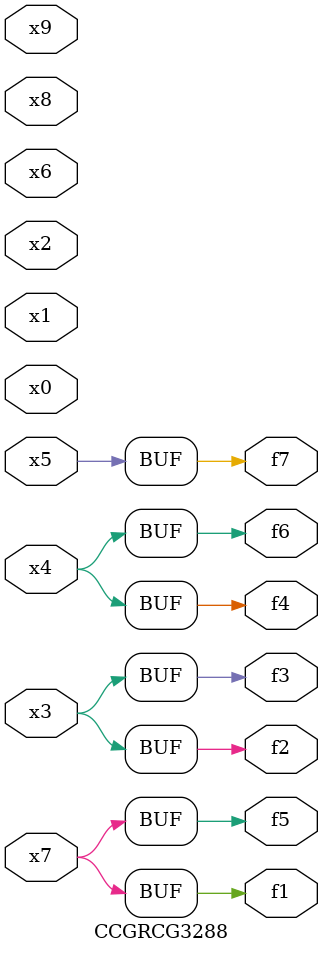
<source format=v>
module CCGRCG3288(
	input x0, x1, x2, x3, x4, x5, x6, x7, x8, x9,
	output f1, f2, f3, f4, f5, f6, f7
);
	assign f1 = x7;
	assign f2 = x3;
	assign f3 = x3;
	assign f4 = x4;
	assign f5 = x7;
	assign f6 = x4;
	assign f7 = x5;
endmodule

</source>
